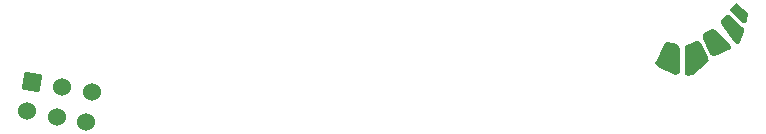
<source format=gts>
%TF.GenerationSoftware,KiCad,Pcbnew,(6.0.6-0)*%
%TF.CreationDate,2023-03-12T19:28:00-04:00*%
%TF.ProjectId,space_shuttle_SAO,73706163-655f-4736-9875-74746c655f53,v04*%
%TF.SameCoordinates,Original*%
%TF.FileFunction,Soldermask,Top*%
%TF.FilePolarity,Negative*%
%FSLAX46Y46*%
G04 Gerber Fmt 4.6, Leading zero omitted, Abs format (unit mm)*
G04 Created by KiCad (PCBNEW (6.0.6-0)) date 2023-03-12 19:28:00*
%MOMM*%
%LPD*%
G01*
G04 APERTURE LIST*
G04 Aperture macros list*
%AMRotRect*
0 Rectangle, with rotation*
0 The origin of the aperture is its center*
0 $1 length*
0 $2 width*
0 $3 Rotation angle, in degrees counterclockwise*
0 Add horizontal line*
21,1,$1,$2,0,0,$3*%
G04 Aperture macros list end*
%ADD10RotRect,1.524000X1.524000X350.000000*%
%ADD11C,1.524000*%
G04 APERTURE END LIST*
%TO.C,svg2mod*%
G36*
X165373958Y-106182077D02*
G01*
X165525837Y-106237745D01*
X165670654Y-106383562D01*
X165672770Y-106387028D01*
X165674622Y-106390468D01*
X166252510Y-107582191D01*
X166301960Y-107714998D01*
X166320798Y-107837836D01*
X166284889Y-107965069D01*
X166280365Y-107972239D01*
X164966235Y-109067106D01*
X164957795Y-109070546D01*
X164868315Y-109100489D01*
X164664631Y-109137811D01*
X164548270Y-109134318D01*
X164436028Y-109098131D01*
X164345763Y-109012991D01*
X164300631Y-108877966D01*
X164300101Y-108875109D01*
X164300101Y-106957613D01*
X164305605Y-106798648D01*
X164356034Y-106665862D01*
X164478089Y-106579915D01*
X165089727Y-106256260D01*
X165148790Y-106221939D01*
X165280655Y-106182381D01*
X165373863Y-106182116D01*
X165373958Y-106182037D01*
X165373958Y-106182077D01*
G37*
G36*
X168689735Y-102993882D02*
G01*
X168728586Y-103027534D01*
X169675969Y-103845290D01*
X169671842Y-103876056D01*
X169581971Y-104457829D01*
X169526437Y-104592912D01*
X169437939Y-104666811D01*
X169386134Y-104679458D01*
X169239359Y-104648120D01*
X169093365Y-104550595D01*
X169030965Y-104490884D01*
X169028214Y-104488238D01*
X168223684Y-103726251D01*
X168228579Y-103730246D01*
X168195808Y-103699478D01*
X168147342Y-103610959D01*
X168164010Y-103477016D01*
X168293913Y-103355708D01*
X168689700Y-102993826D01*
X168689735Y-102993882D01*
G37*
G36*
X162900265Y-106290900D02*
G01*
X163607859Y-106472272D01*
X163608388Y-106472536D01*
X163748691Y-106554459D01*
X163843663Y-106681851D01*
X163886637Y-106885299D01*
X163886637Y-106885564D01*
X163868592Y-108743868D01*
X163863116Y-108803698D01*
X163807191Y-108927536D01*
X163698481Y-109010578D01*
X163513635Y-109047980D01*
X163340368Y-109032766D01*
X163335076Y-109031972D01*
X162066076Y-108379481D01*
X162065931Y-108379216D01*
X161995091Y-108352017D01*
X161876767Y-108260204D01*
X161828102Y-108175945D01*
X161811036Y-108065330D01*
X161839881Y-107931465D01*
X161924847Y-107772423D01*
X162539037Y-106507683D01*
X162539567Y-106506625D01*
X162634539Y-106391166D01*
X162747172Y-106316091D01*
X162898072Y-106291061D01*
X162897884Y-106290860D01*
X162900265Y-106290900D01*
G37*
G36*
X166659703Y-105192530D02*
G01*
X166659703Y-105192493D01*
X166771162Y-105212601D01*
X166875553Y-105287071D01*
X168120611Y-106451205D01*
X168121669Y-106451735D01*
X168161698Y-106498653D01*
X168226256Y-106619311D01*
X168240782Y-106699784D01*
X168225092Y-106787753D01*
X168169363Y-106867911D01*
X168072427Y-106933766D01*
X168071898Y-106933766D01*
X167981046Y-106992987D01*
X167974749Y-106995369D01*
X167297571Y-107283526D01*
X166866658Y-107484012D01*
X166856048Y-107489198D01*
X166844089Y-107489727D01*
X166672977Y-107469724D01*
X166526591Y-107406187D01*
X166400025Y-107272692D01*
X166398173Y-107269517D01*
X165873658Y-106034389D01*
X165821659Y-105871130D01*
X165831264Y-105710851D01*
X165868549Y-105628513D01*
X165935462Y-105553792D01*
X165939193Y-105550617D01*
X166441337Y-105262028D01*
X166590271Y-105200510D01*
X166659539Y-105192466D01*
X166659703Y-105192530D01*
G37*
G36*
X167953227Y-103986615D02*
G01*
X168092528Y-104025992D01*
X168192604Y-104117395D01*
X169183744Y-105018233D01*
X169176679Y-105012782D01*
X169279107Y-105132737D01*
X169308741Y-105262266D01*
X169290088Y-105404276D01*
X169289558Y-105405334D01*
X168961467Y-106279425D01*
X168957737Y-106285193D01*
X168873554Y-106375908D01*
X168779564Y-106418566D01*
X168732468Y-106422562D01*
X168607079Y-106387790D01*
X168491501Y-106300901D01*
X168448136Y-106252120D01*
X168447988Y-106251591D01*
X167456062Y-104880792D01*
X167455533Y-104879999D01*
X167454210Y-104877882D01*
X167369639Y-104712443D01*
X167358050Y-104565155D01*
X167396118Y-104419124D01*
X167399055Y-104413964D01*
X167478134Y-104319675D01*
X167479192Y-104318616D01*
X167752927Y-104029752D01*
X167763511Y-104025175D01*
X167953262Y-103986654D01*
X167953227Y-103986615D01*
X167953206Y-103986609D01*
X167953206Y-103986591D01*
X167953227Y-103986615D01*
G37*
%TD*%
D10*
%TO.C,J1*%
X109070530Y-109659210D03*
D11*
X108629462Y-112160622D03*
X111571940Y-110100276D03*
X111130875Y-112601688D03*
X114073353Y-110541343D03*
X113632286Y-113042754D03*
%TD*%
M02*

</source>
